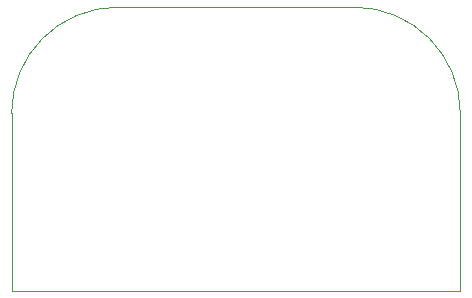
<source format=gbr>
G04 #@! TF.GenerationSoftware,KiCad,Pcbnew,(5.1.5-0-10_14)*
G04 #@! TF.CreationDate,2020-08-22T00:12:21-07:00*
G04 #@! TF.ProjectId,Sense_board,57726973-745f-4536-956e-73655f626f61,rev?*
G04 #@! TF.SameCoordinates,Original*
G04 #@! TF.FileFunction,Profile,NP*
%FSLAX46Y46*%
G04 Gerber Fmt 4.6, Leading zero omitted, Abs format (unit mm)*
G04 Created by KiCad (PCBNEW (5.1.5-0-10_14)) date 2020-08-22 00:12:21*
%MOMM*%
%LPD*%
G04 APERTURE LIST*
%ADD10C,0.050000*%
G04 APERTURE END LIST*
D10*
X100000000Y-66000000D02*
X138000000Y-66000000D01*
X129000000Y-42000000D02*
G75*
G02X138000000Y-51000000I0J-9000000D01*
G01*
X100000000Y-51000000D02*
G75*
G02X109000000Y-42000000I9000000J0D01*
G01*
X109000000Y-42000000D02*
X129000000Y-42000000D01*
X138000000Y-51000000D02*
X138000000Y-66000000D01*
X100000000Y-51000000D02*
X100000000Y-66000000D01*
M02*

</source>
